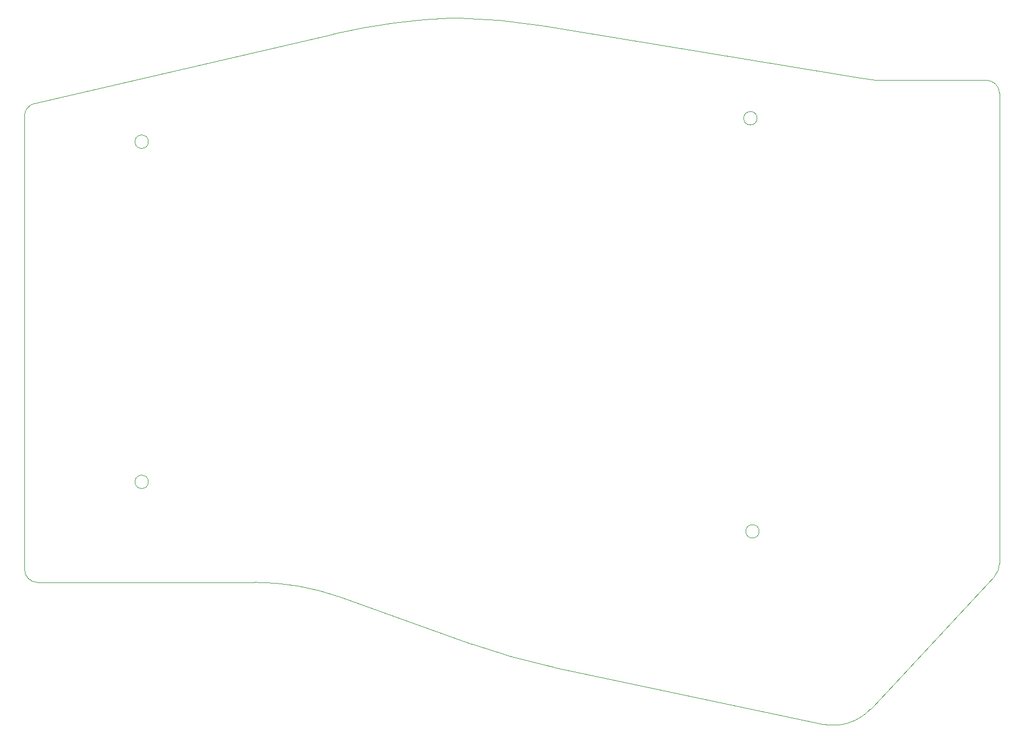
<source format=gbr>
G04 #@! TF.GenerationSoftware,KiCad,Pcbnew,(5.1.4)-1*
G04 #@! TF.CreationDate,2020-11-30T22:03:12+01:00*
G04 #@! TF.ProjectId,stm32split,73746d33-3273-4706-9c69-742e6b696361,rev?*
G04 #@! TF.SameCoordinates,Original*
G04 #@! TF.FileFunction,Profile,NP*
%FSLAX46Y46*%
G04 Gerber Fmt 4.6, Leading zero omitted, Abs format (unit mm)*
G04 Created by KiCad (PCBNEW (5.1.4)-1) date 2020-11-30 22:03:12*
%MOMM*%
%LPD*%
G04 APERTURE LIST*
%ADD10C,0.050000*%
G04 APERTURE END LIST*
D10*
X168050002Y-150000002D02*
G75*
G03X168050002Y-150000002I-1050000J0D01*
G01*
X72552024Y-142247519D02*
G75*
G03X72552024Y-142247519I-1050000J0D01*
G01*
X72550001Y-89000001D02*
G75*
G03X72550001Y-89000001I-1050000J0D01*
G01*
X167723089Y-85332471D02*
G75*
G03X167723089Y-85332471I-1050000J0D01*
G01*
X185470978Y-177803027D02*
X185805309Y-177444855D01*
X135966387Y-171282407D02*
G75*
G02X123079986Y-167632049I20750420J97823413D01*
G01*
X89128603Y-157980256D02*
X55188490Y-157980256D01*
X53188490Y-155980256D02*
X53188490Y-84969599D01*
X101532511Y-72140555D02*
X54765824Y-83014771D01*
X101532511Y-72140554D02*
G75*
G02X120415741Y-69613148I22647388J-97401725D01*
G01*
X120415741Y-69613148D02*
G75*
G02X134541415Y-70909643I-2054015J-99978903D01*
G01*
X183917346Y-79005181D02*
X134541415Y-70909643D01*
X53188490Y-84969599D02*
G75*
G02X54765824Y-83014771I2000000J0D01*
G01*
X55188490Y-157980256D02*
G75*
G02X53188490Y-155980256I0J2000000D01*
G01*
X89128602Y-157980256D02*
G75*
G02X102583331Y-160311034I1J-40000000D01*
G01*
X123079986Y-167632049D02*
X102583331Y-160311034D01*
X177946709Y-180187324D02*
X135966386Y-171282407D01*
X185470978Y-177803027D02*
G75*
G02X177946709Y-180187324I-5864235J5441576D01*
G01*
X186862244Y-79387702D02*
G75*
G02X186260533Y-79344376I1J4200000D01*
G01*
X186862245Y-79387702D02*
X203612878Y-79387702D01*
X203612878Y-79387702D02*
G75*
G02X205612878Y-81387702I0J-2000000D01*
G01*
X185805309Y-177444855D02*
X204805929Y-157089326D01*
X205612877Y-155042249D02*
G75*
G02X204805929Y-157089326I-2999999J0D01*
G01*
X205612878Y-81387702D02*
X205612878Y-155042249D01*
X186260533Y-79344376D02*
X183917346Y-79005181D01*
M02*

</source>
